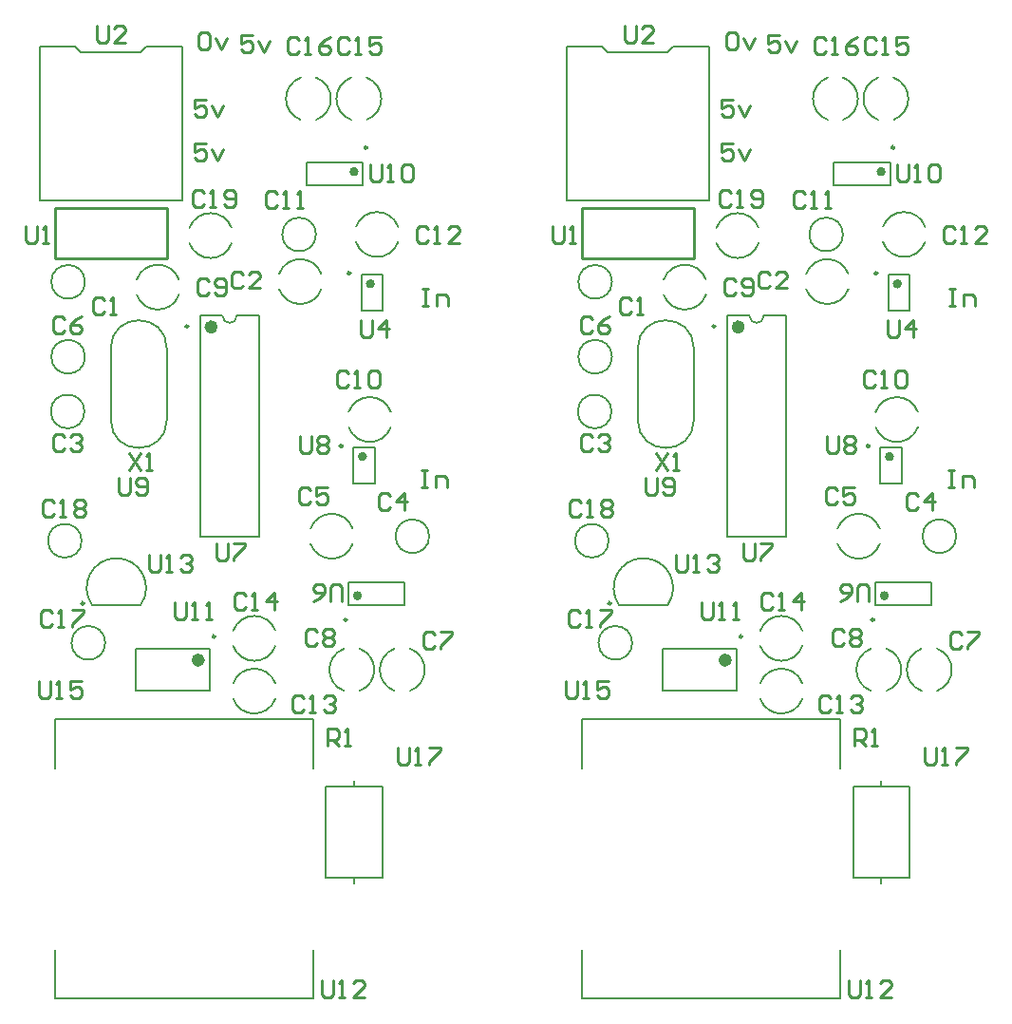
<source format=gto>
%FSLAX44Y44*%
%MOMM*%
G71*
G01*
G75*
G04 Layer_Color=65535*
%ADD10C,0.4000*%
%ADD11C,0.2500*%
%ADD12C,0.2000*%
%ADD13C,0.6000*%
%ADD14C,0.2540*%
D10*
X339500Y486900D02*
G03*
X339500Y486900I-2000J0D01*
G01*
X332000Y740900D02*
G03*
X332000Y740900I-2000J0D01*
G01*
X346500Y640900D02*
G03*
X346500Y640900I-2000J0D01*
G01*
X335000Y362900D02*
G03*
X335000Y362900I-2000J0D01*
G01*
X809500Y486900D02*
G03*
X809500Y486900I-2000J0D01*
G01*
X802000Y740900D02*
G03*
X802000Y740900I-2000J0D01*
G01*
X816500Y640900D02*
G03*
X816500Y640900I-2000J0D01*
G01*
X805000Y362900D02*
G03*
X805000Y362900I-2000J0D01*
G01*
D11*
X319750Y496400D02*
G03*
X319750Y496400I-1250J0D01*
G01*
X206250Y326511D02*
G03*
X206250Y326511I-1250J0D01*
G01*
X89220Y356190D02*
G03*
X89220Y356190I-1250J0D01*
G01*
X182150Y603100D02*
G03*
X182150Y603100I-1250J0D01*
G01*
X341800Y762400D02*
G03*
X341800Y762400I-1250J0D01*
G01*
X326750Y650400D02*
G03*
X326750Y650400I-1250J0D01*
G01*
X323700Y341400D02*
G03*
X323700Y341400I-1250J0D01*
G01*
X789750Y496400D02*
G03*
X789750Y496400I-1250J0D01*
G01*
X676250Y326511D02*
G03*
X676250Y326511I-1250J0D01*
G01*
X559220Y356190D02*
G03*
X559220Y356190I-1250J0D01*
G01*
X652150Y603100D02*
G03*
X652150Y603100I-1250J0D01*
G01*
X811800Y762400D02*
G03*
X811800Y762400I-1250J0D01*
G01*
X796750Y650400D02*
G03*
X796750Y650400I-1250J0D01*
G01*
X793700Y341400D02*
G03*
X793700Y341400I-1250J0D01*
G01*
D12*
X173794Y644741D02*
G03*
X136206Y644741I-18794J-6840D01*
G01*
Y631060D02*
G03*
X173794Y631060I18794J6840D01*
G01*
X331706Y678060D02*
G03*
X369294Y678060I18794J6840D01*
G01*
Y691740D02*
G03*
X331706Y691740I-18794J-6840D01*
G01*
X300794Y649741D02*
G03*
X263206Y649741I-18794J-6840D01*
G01*
Y636060D02*
G03*
X300794Y636060I18794J6840D01*
G01*
X259794Y331740D02*
G03*
X222206Y331740I-18794J-6840D01*
G01*
Y318060D02*
G03*
X259794Y318060I18794J6840D01*
G01*
X222206Y271060D02*
G03*
X259794Y271060I18794J6840D01*
G01*
Y284741D02*
G03*
X222206Y284741I-18794J-6840D01*
G01*
X108000Y320900D02*
G03*
X108000Y320900I-15000J0D01*
G01*
X87000Y411900D02*
G03*
X87000Y411900I-15000J0D01*
G01*
X139708Y354700D02*
G03*
X96293Y354700I-21707J15200D01*
G01*
X212650Y612400D02*
G03*
X225350Y612400I6350J0D01*
G01*
X113000Y519600D02*
G03*
X163000Y519600I25000J0D01*
G01*
Y583400D02*
G03*
X113000Y583400I-25000J0D01*
G01*
X183206Y677060D02*
G03*
X220794Y677060I18794J6840D01*
G01*
Y690741D02*
G03*
X183206Y690741I-18794J-6840D01*
G01*
X90000Y642650D02*
G03*
X90000Y642650I-15000J0D01*
G01*
X341133Y787106D02*
G03*
X341133Y824694I-6840J18794D01*
G01*
X327452D02*
G03*
X327452Y787106I6840J-18794D01*
G01*
X296133D02*
G03*
X296133Y824694I-6840J18794D01*
G01*
X282452D02*
G03*
X282452Y787106I6840J-18794D01*
G01*
X296000Y684900D02*
G03*
X296000Y684900I-15000J0D01*
G01*
X325206Y513060D02*
G03*
X362794Y513060I18794J6840D01*
G01*
Y526740D02*
G03*
X325206Y526740I-18794J-6840D01*
G01*
X397000Y415900D02*
G03*
X397000Y415900I-15000J0D01*
G01*
X328794Y422741D02*
G03*
X291206Y422741I-18794J-6840D01*
G01*
Y409060D02*
G03*
X328794Y409060I18794J6840D01*
G01*
X89520Y527100D02*
G03*
X89520Y527100I-15000J0D01*
G01*
X90000Y575900D02*
G03*
X90000Y575900I-15000J0D01*
G01*
X366160Y315694D02*
G03*
X366160Y278106I6840J-18794D01*
G01*
X379841D02*
G03*
X379841Y315694I-6840J18794D01*
G01*
X321160D02*
G03*
X321160Y278106I6840J-18794D01*
G01*
X334841D02*
G03*
X334841Y315694I-6840J18794D01*
G01*
X329500Y462900D02*
X348500D01*
X329500Y494900D02*
X348500D01*
Y462900D02*
Y494900D01*
X329500Y462900D02*
Y494900D01*
X135000Y315511D02*
X201000D01*
X135000Y278511D02*
X201000D01*
Y315511D01*
X135000Y278511D02*
Y315511D01*
X96293Y354700D02*
X139708D01*
X192500Y415400D02*
Y612400D01*
X245500Y415400D02*
Y612400D01*
X192500D02*
X212650D01*
X225350D02*
X245500D01*
X192500Y415400D02*
X245500D01*
X113000Y519600D02*
Y583400D01*
X163000Y519600D02*
Y583400D01*
X49520Y715420D02*
Y770920D01*
Y852580D01*
X86350Y847500D02*
X139690D01*
X176520Y715420D02*
Y852580D01*
X49520Y715420D02*
X176520D01*
X139690Y847500D02*
X144770Y852580D01*
X176520D01*
X81270D02*
X86350Y847500D01*
X49520Y852580D02*
X81270D01*
X305050Y111220D02*
Y192500D01*
X355050Y111220D02*
Y192500D01*
X330050Y111220D02*
X355050D01*
X330050Y192500D02*
Y197580D01*
Y106140D02*
Y111220D01*
X305050D02*
X330050D01*
X305050Y192500D02*
X330050D01*
X355050D01*
X288000Y748900D02*
X338000D01*
X288000Y728900D02*
X338000D01*
Y748900D01*
X288000Y728900D02*
Y748900D01*
X336500Y616900D02*
X355500D01*
X336500Y648900D02*
X355500D01*
Y616900D02*
Y648900D01*
X336500Y616900D02*
Y648900D01*
X325000Y354900D02*
X375000D01*
X325000Y374900D02*
X375000D01*
X325000Y354900D02*
Y374900D01*
X375000Y354900D02*
Y374900D01*
X293400Y209220D02*
Y252900D01*
X63400Y209220D02*
Y252900D01*
Y3900D02*
Y47580D01*
X293400Y3900D02*
Y47580D01*
X63400Y252900D02*
X293400D01*
X63400Y3900D02*
X293400D01*
X643794Y644741D02*
G03*
X606206Y644741I-18794J-6840D01*
G01*
Y631060D02*
G03*
X643794Y631060I18794J6840D01*
G01*
X801706Y678060D02*
G03*
X839294Y678060I18794J6840D01*
G01*
Y691740D02*
G03*
X801706Y691740I-18794J-6840D01*
G01*
X770794Y649741D02*
G03*
X733206Y649741I-18794J-6840D01*
G01*
Y636060D02*
G03*
X770794Y636060I18794J6840D01*
G01*
X729794Y331740D02*
G03*
X692206Y331740I-18794J-6840D01*
G01*
Y318060D02*
G03*
X729794Y318060I18794J6840D01*
G01*
X692206Y271060D02*
G03*
X729794Y271060I18794J6840D01*
G01*
Y284741D02*
G03*
X692206Y284741I-18794J-6840D01*
G01*
X578000Y320900D02*
G03*
X578000Y320900I-15000J0D01*
G01*
X557000Y411900D02*
G03*
X557000Y411900I-15000J0D01*
G01*
X609708Y354700D02*
G03*
X566293Y354700I-21707J15200D01*
G01*
X682650Y612400D02*
G03*
X695350Y612400I6350J0D01*
G01*
X583000Y519600D02*
G03*
X633000Y519600I25000J0D01*
G01*
Y583400D02*
G03*
X583000Y583400I-25000J0D01*
G01*
X653206Y677060D02*
G03*
X690794Y677060I18794J6840D01*
G01*
Y690741D02*
G03*
X653206Y690741I-18794J-6840D01*
G01*
X560000Y642650D02*
G03*
X560000Y642650I-15000J0D01*
G01*
X811133Y787106D02*
G03*
X811133Y824694I-6840J18794D01*
G01*
X797452D02*
G03*
X797452Y787106I6840J-18794D01*
G01*
X766133D02*
G03*
X766133Y824694I-6840J18794D01*
G01*
X752452D02*
G03*
X752452Y787106I6840J-18794D01*
G01*
X766000Y684900D02*
G03*
X766000Y684900I-15000J0D01*
G01*
X795206Y513060D02*
G03*
X832794Y513060I18794J6840D01*
G01*
Y526740D02*
G03*
X795206Y526740I-18794J-6840D01*
G01*
X867000Y415900D02*
G03*
X867000Y415900I-15000J0D01*
G01*
X798794Y422741D02*
G03*
X761206Y422741I-18794J-6840D01*
G01*
Y409060D02*
G03*
X798794Y409060I18794J6840D01*
G01*
X559520Y527100D02*
G03*
X559520Y527100I-15000J0D01*
G01*
X560000Y575900D02*
G03*
X560000Y575900I-15000J0D01*
G01*
X836160Y315694D02*
G03*
X836160Y278106I6840J-18794D01*
G01*
X849840D02*
G03*
X849840Y315694I-6840J18794D01*
G01*
X791160D02*
G03*
X791160Y278106I6840J-18794D01*
G01*
X804841D02*
G03*
X804841Y315694I-6840J18794D01*
G01*
X799500Y462900D02*
X818500D01*
X799500Y494900D02*
X818500D01*
Y462900D02*
Y494900D01*
X799500Y462900D02*
Y494900D01*
X605000Y315511D02*
X671000D01*
X605000Y278511D02*
X671000D01*
Y315511D01*
X605000Y278511D02*
Y315511D01*
X566293Y354700D02*
X609708D01*
X662500Y415400D02*
Y612400D01*
X715500Y415400D02*
Y612400D01*
X662500D02*
X682650D01*
X695350D02*
X715500D01*
X662500Y415400D02*
X715500D01*
X583000Y519600D02*
Y583400D01*
X633000Y519600D02*
Y583400D01*
X519520Y715420D02*
Y770920D01*
Y852580D01*
X556350Y847500D02*
X609690D01*
X646520Y715420D02*
Y852580D01*
X519520Y715420D02*
X646520D01*
X609690Y847500D02*
X614770Y852580D01*
X646520D01*
X551270D02*
X556350Y847500D01*
X519520Y852580D02*
X551270D01*
X775050Y111220D02*
Y192500D01*
X825050Y111220D02*
Y192500D01*
X800050Y111220D02*
X825050D01*
X800050Y192500D02*
Y197580D01*
Y106140D02*
Y111220D01*
X775050D02*
X800050D01*
X775050Y192500D02*
X800050D01*
X825050D01*
X758000Y748900D02*
X808000D01*
X758000Y728900D02*
X808000D01*
Y748900D01*
X758000Y728900D02*
Y748900D01*
X806500Y616900D02*
X825500D01*
X806500Y648900D02*
X825500D01*
Y616900D02*
Y648900D01*
X806500Y616900D02*
Y648900D01*
X795000Y354900D02*
X845000D01*
X795000Y374900D02*
X845000D01*
X795000Y354900D02*
Y374900D01*
X845000Y354900D02*
Y374900D01*
X763400Y209220D02*
Y252900D01*
X533400Y209220D02*
Y252900D01*
Y3900D02*
Y47580D01*
X763400Y3900D02*
Y47580D01*
X533400Y252900D02*
X763400D01*
X533400Y3900D02*
X763400D01*
D13*
X194000Y305511D02*
G03*
X194000Y305511I-3000J0D01*
G01*
X205500Y602400D02*
G03*
X205500Y602400I-3000J0D01*
G01*
X664000Y305511D02*
G03*
X664000Y305511I-3000J0D01*
G01*
X675500Y602400D02*
G03*
X675500Y602400I-3000J0D01*
G01*
D14*
X63600Y663600D02*
X163200D01*
Y708050D01*
X63600Y663600D02*
Y708050D01*
X163200D01*
X107507Y626346D02*
X104968Y628885D01*
X99889D01*
X97350Y626346D01*
Y616189D01*
X99889Y613650D01*
X104968D01*
X107507Y616189D01*
X112585Y613650D02*
X117664D01*
X115124D01*
Y628885D01*
X112585Y626346D01*
X231157Y649596D02*
X228618Y652135D01*
X223539D01*
X221000Y649596D01*
Y639439D01*
X223539Y636900D01*
X228618D01*
X231157Y639439D01*
X246392Y636900D02*
X236235D01*
X246392Y647057D01*
Y649596D01*
X243853Y652135D01*
X238774D01*
X236235Y649596D01*
X72157Y504596D02*
X69618Y507135D01*
X64539D01*
X62000Y504596D01*
Y494439D01*
X64539Y491900D01*
X69618D01*
X72157Y494439D01*
X77235Y504596D02*
X79774Y507135D01*
X84853D01*
X87392Y504596D01*
Y502057D01*
X84853Y499518D01*
X82314D01*
X84853D01*
X87392Y496978D01*
Y494439D01*
X84853Y491900D01*
X79774D01*
X77235Y494439D01*
X362587Y452316D02*
X360048Y454855D01*
X354969D01*
X352430Y452316D01*
Y442159D01*
X354969Y439620D01*
X360048D01*
X362587Y442159D01*
X375283Y439620D02*
Y454855D01*
X367665Y447238D01*
X377822D01*
X290725Y457285D02*
X288186Y459824D01*
X283107D01*
X280568Y457285D01*
Y447128D01*
X283107Y444589D01*
X288186D01*
X290725Y447128D01*
X305960Y459824D02*
X295803D01*
Y452206D01*
X300881Y454745D01*
X303421D01*
X305960Y452206D01*
Y447128D01*
X303421Y444589D01*
X298342D01*
X295803Y447128D01*
X72157Y609596D02*
X69618Y612135D01*
X64539D01*
X62000Y609596D01*
Y599439D01*
X64539Y596900D01*
X69618D01*
X72157Y599439D01*
X87392Y612135D02*
X82313Y609596D01*
X77235Y604518D01*
Y599439D01*
X79774Y596900D01*
X84853D01*
X87392Y599439D01*
Y601978D01*
X84853Y604518D01*
X77235D01*
X401907Y328390D02*
X399368Y330929D01*
X394289D01*
X391750Y328390D01*
Y318233D01*
X394289Y315694D01*
X399368D01*
X401907Y318233D01*
X406985Y330929D02*
X417142D01*
Y328390D01*
X406985Y318233D01*
Y315694D01*
X296907Y330946D02*
X294368Y333485D01*
X289289D01*
X286750Y330946D01*
Y320789D01*
X289289Y318250D01*
X294368D01*
X296907Y320789D01*
X301985Y330946D02*
X304524Y333485D01*
X309603D01*
X312142Y330946D01*
Y328407D01*
X309603Y325868D01*
X312142Y323328D01*
Y320789D01*
X309603Y318250D01*
X304524D01*
X301985Y320789D01*
Y323328D01*
X304524Y325868D01*
X301985Y328407D01*
Y330946D01*
X304524Y325868D02*
X309603D01*
X200157Y643596D02*
X197618Y646135D01*
X192539D01*
X190000Y643596D01*
Y633439D01*
X192539Y630900D01*
X197618D01*
X200157Y633439D01*
X205235D02*
X207774Y630900D01*
X212853D01*
X215392Y633439D01*
Y643596D01*
X212853Y646135D01*
X207774D01*
X205235Y643596D01*
Y641057D01*
X207774Y638518D01*
X215392D01*
X324615Y561220D02*
X322076Y563759D01*
X316997D01*
X314458Y561220D01*
Y551063D01*
X316997Y548524D01*
X322076D01*
X324615Y551063D01*
X329693Y548524D02*
X334772D01*
X332232D01*
Y563759D01*
X329693Y561220D01*
X342389D02*
X344928Y563759D01*
X350007D01*
X352546Y561220D01*
Y551063D01*
X350007Y548524D01*
X344928D01*
X342389Y551063D01*
Y561220D01*
X261823Y721108D02*
X259284Y723647D01*
X254205D01*
X251666Y721108D01*
Y710951D01*
X254205Y708412D01*
X259284D01*
X261823Y710951D01*
X266901Y708412D02*
X271980D01*
X269440D01*
Y723647D01*
X266901Y721108D01*
X279597Y708412D02*
X284676D01*
X282136D01*
Y723647D01*
X279597Y721108D01*
X396157Y689596D02*
X393618Y692135D01*
X388539D01*
X386000Y689596D01*
Y679439D01*
X388539Y676900D01*
X393618D01*
X396157Y679439D01*
X401235Y676900D02*
X406314D01*
X403774D01*
Y692135D01*
X401235Y689596D01*
X424088Y676900D02*
X413931D01*
X424088Y687057D01*
Y689596D01*
X421549Y692135D01*
X416470D01*
X413931Y689596D01*
X285157Y271596D02*
X282618Y274135D01*
X277539D01*
X275000Y271596D01*
Y261439D01*
X277539Y258900D01*
X282618D01*
X285157Y261439D01*
X290235Y258900D02*
X295314D01*
X292774D01*
Y274135D01*
X290235Y271596D01*
X302931D02*
X305470Y274135D01*
X310549D01*
X313088Y271596D01*
Y269057D01*
X310549Y266518D01*
X308009D01*
X310549D01*
X313088Y263978D01*
Y261439D01*
X310549Y258900D01*
X305470D01*
X302931Y261439D01*
X233157Y362596D02*
X230618Y365135D01*
X225539D01*
X223000Y362596D01*
Y352439D01*
X225539Y349900D01*
X230618D01*
X233157Y352439D01*
X238235Y349900D02*
X243314D01*
X240774D01*
Y365135D01*
X238235Y362596D01*
X258549Y349900D02*
Y365135D01*
X250931Y357518D01*
X261088D01*
X325889Y858292D02*
X323350Y860831D01*
X318271D01*
X315732Y858292D01*
Y848135D01*
X318271Y845596D01*
X323350D01*
X325889Y848135D01*
X330967Y845596D02*
X336046D01*
X333506D01*
Y860831D01*
X330967Y858292D01*
X353820Y860831D02*
X343663D01*
Y853214D01*
X348741Y855753D01*
X351281D01*
X353820Y853214D01*
Y848135D01*
X351281Y845596D01*
X346202D01*
X343663Y848135D01*
X280931Y858292D02*
X278392Y860831D01*
X273313D01*
X270774Y858292D01*
Y848135D01*
X273313Y845596D01*
X278392D01*
X280931Y848135D01*
X286009Y845596D02*
X291088D01*
X288548D01*
Y860831D01*
X286009Y858292D01*
X308862Y860831D02*
X303783Y858292D01*
X298705Y853214D01*
Y848135D01*
X301244Y845596D01*
X306323D01*
X308862Y848135D01*
Y850675D01*
X306323Y853214D01*
X298705D01*
X61157Y347596D02*
X58618Y350135D01*
X53539D01*
X51000Y347596D01*
Y337439D01*
X53539Y334900D01*
X58618D01*
X61157Y337439D01*
X66235Y334900D02*
X71314D01*
X68774D01*
Y350135D01*
X66235Y347596D01*
X78931Y350135D02*
X89088D01*
Y347596D01*
X78931Y337439D01*
Y334900D01*
X62157Y445596D02*
X59618Y448135D01*
X54539D01*
X52000Y445596D01*
Y435439D01*
X54539Y432900D01*
X59618D01*
X62157Y435439D01*
X67235Y432900D02*
X72313D01*
X69774D01*
Y448135D01*
X67235Y445596D01*
X79931D02*
X82470Y448135D01*
X87549D01*
X90088Y445596D01*
Y443057D01*
X87549Y440518D01*
X90088Y437978D01*
Y435439D01*
X87549Y432900D01*
X82470D01*
X79931Y435439D01*
Y437978D01*
X82470Y440518D01*
X79931Y443057D01*
Y445596D01*
X82470Y440518D02*
X87549D01*
X306642Y229424D02*
Y244659D01*
X314260D01*
X316799Y242120D01*
Y237042D01*
X314260Y234503D01*
X306642D01*
X311721D02*
X316799Y229424D01*
X321877D02*
X326956D01*
X324416D01*
Y244659D01*
X321877Y242120D01*
X37000Y692135D02*
Y679439D01*
X39539Y676900D01*
X44618D01*
X47157Y679439D01*
Y692135D01*
X52235Y676900D02*
X57314D01*
X54774D01*
Y692135D01*
X52235Y689596D01*
X101000Y871135D02*
Y858439D01*
X103539Y855900D01*
X108618D01*
X111157Y858439D01*
Y871135D01*
X126392Y855900D02*
X116235D01*
X126392Y866057D01*
Y868596D01*
X123853Y871135D01*
X118774D01*
X116235Y868596D01*
X197617Y766135D02*
X187460D01*
Y758518D01*
X192539Y761057D01*
X195078D01*
X197617Y758518D01*
Y753439D01*
X195078Y750900D01*
X189999D01*
X187460Y753439D01*
X202695Y761057D02*
X207774Y750900D01*
X212852Y761057D01*
X336000Y608135D02*
Y595439D01*
X338539Y592900D01*
X343618D01*
X346157Y595439D01*
Y608135D01*
X358853Y592900D02*
Y608135D01*
X351235Y600518D01*
X361392D01*
X197617Y805135D02*
X187460D01*
Y797518D01*
X192539Y800057D01*
X195078D01*
X197617Y797518D01*
Y792439D01*
X195078Y789900D01*
X189999D01*
X187460Y792439D01*
X202695Y800057D02*
X207774Y789900D01*
X212852Y800057D01*
X319000Y357665D02*
Y370361D01*
X316461Y372900D01*
X311383D01*
X308843Y370361D01*
Y357665D01*
X293608D02*
X298687Y360204D01*
X303765Y365283D01*
Y370361D01*
X301226Y372900D01*
X296147D01*
X293608Y370361D01*
Y367822D01*
X296147Y365283D01*
X303765D01*
X207250Y409735D02*
Y397039D01*
X209789Y394500D01*
X214868D01*
X217407Y397039D01*
Y409735D01*
X222485D02*
X232642D01*
Y407196D01*
X222485Y397039D01*
Y394500D01*
X282000Y504935D02*
Y492239D01*
X284539Y489700D01*
X289618D01*
X292157Y492239D01*
Y504935D01*
X297235Y502396D02*
X299774Y504935D01*
X304853D01*
X307392Y502396D01*
Y499857D01*
X304853Y497318D01*
X307392Y494779D01*
Y492239D01*
X304853Y489700D01*
X299774D01*
X297235Y492239D01*
Y494779D01*
X299774Y497318D01*
X297235Y499857D01*
Y502396D01*
X299774Y497318D02*
X304853D01*
X120136Y467708D02*
Y455012D01*
X122675Y452473D01*
X127754D01*
X130293Y455012D01*
Y467708D01*
X135371Y455012D02*
X137910Y452473D01*
X142989D01*
X145528Y455012D01*
Y465169D01*
X142989Y467708D01*
X137910D01*
X135371Y465169D01*
Y462630D01*
X137910Y460090D01*
X145528D01*
X344500Y747135D02*
Y734439D01*
X347039Y731900D01*
X352118D01*
X354657Y734439D01*
Y747135D01*
X359735Y731900D02*
X364814D01*
X362274D01*
Y747135D01*
X359735Y744596D01*
X372431D02*
X374970Y747135D01*
X380049D01*
X382588Y744596D01*
Y734439D01*
X380049Y731900D01*
X374970D01*
X372431Y734439D01*
Y744596D01*
X170000Y357135D02*
Y344439D01*
X172539Y341900D01*
X177618D01*
X180157Y344439D01*
Y357135D01*
X185235Y341900D02*
X190313D01*
X187774D01*
Y357135D01*
X185235Y354596D01*
X197931Y341900D02*
X203009D01*
X200470D01*
Y357135D01*
X197931Y354596D01*
X301000Y20135D02*
Y7439D01*
X303539Y4900D01*
X308618D01*
X311157Y7439D01*
Y20135D01*
X316235Y4900D02*
X321314D01*
X318774D01*
Y20135D01*
X316235Y17596D01*
X339088Y4900D02*
X328931D01*
X339088Y15057D01*
Y17596D01*
X336549Y20135D01*
X331470D01*
X328931Y17596D01*
X146750Y399735D02*
Y387039D01*
X149289Y384500D01*
X154368D01*
X156907Y387039D01*
Y399735D01*
X161985Y384500D02*
X167064D01*
X164524D01*
Y399735D01*
X161985Y397196D01*
X174681D02*
X177220Y399735D01*
X182299D01*
X184838Y397196D01*
Y394657D01*
X182299Y392118D01*
X179759D01*
X182299D01*
X184838Y389578D01*
Y387039D01*
X182299Y384500D01*
X177220D01*
X174681Y387039D01*
X239611Y862725D02*
X229454D01*
Y855108D01*
X234533Y857647D01*
X237072D01*
X239611Y855108D01*
Y850029D01*
X237072Y847490D01*
X231993D01*
X229454Y850029D01*
X244689Y857647D02*
X249767Y847490D01*
X254846Y857647D01*
X49000Y287135D02*
Y274439D01*
X51539Y271900D01*
X56618D01*
X59157Y274439D01*
Y287135D01*
X64235Y271900D02*
X69314D01*
X66774D01*
Y287135D01*
X64235Y284596D01*
X87088Y287135D02*
X76931D01*
Y279518D01*
X82009Y282057D01*
X84549D01*
X87088Y279518D01*
Y274439D01*
X84549Y271900D01*
X79470D01*
X76931Y274439D01*
X191528Y862154D02*
X194067Y864693D01*
X199146D01*
X201685Y862154D01*
Y851997D01*
X199146Y849458D01*
X194067D01*
X191528Y851997D01*
Y862154D01*
X206763Y859615D02*
X211842Y849458D01*
X216920Y859615D01*
X369172Y227405D02*
Y214709D01*
X371711Y212170D01*
X376790D01*
X379329Y214709D01*
Y227405D01*
X384407Y212170D02*
X389486D01*
X386946D01*
Y227405D01*
X384407Y224866D01*
X397103Y227405D02*
X407260D01*
Y224866D01*
X397103Y214709D01*
Y212170D01*
X391000Y636335D02*
X396078D01*
X393539D01*
Y621100D01*
X391000D01*
X396078D01*
X403696D02*
Y631257D01*
X411314D01*
X413853Y628717D01*
Y621100D01*
X390000Y474735D02*
X395079D01*
X392539D01*
Y459500D01*
X390000D01*
X395079D01*
X402696D02*
Y469657D01*
X410313D01*
X412853Y467118D01*
Y459500D01*
X129000Y490135D02*
X139157Y474900D01*
Y490135D02*
X129000Y474900D01*
X144235D02*
X149313D01*
X146774D01*
Y490135D01*
X144235Y487596D01*
X196157Y721596D02*
X193618Y724135D01*
X188539D01*
X186000Y721596D01*
Y711439D01*
X188539Y708900D01*
X193618D01*
X196157Y711439D01*
X201235Y708900D02*
X206314D01*
X203774D01*
Y724135D01*
X201235Y721596D01*
X213931Y711439D02*
X216470Y708900D01*
X221549D01*
X224088Y711439D01*
Y721596D01*
X221549Y724135D01*
X216470D01*
X213931Y721596D01*
Y719057D01*
X216470Y716518D01*
X224088D01*
X533600Y663600D02*
X633200D01*
Y708050D01*
X533600Y663600D02*
Y708050D01*
X633200D01*
X577507Y626346D02*
X574968Y628885D01*
X569889D01*
X567350Y626346D01*
Y616189D01*
X569889Y613650D01*
X574968D01*
X577507Y616189D01*
X582585Y613650D02*
X587664D01*
X585124D01*
Y628885D01*
X582585Y626346D01*
X701157Y649596D02*
X698618Y652135D01*
X693539D01*
X691000Y649596D01*
Y639439D01*
X693539Y636900D01*
X698618D01*
X701157Y639439D01*
X716392Y636900D02*
X706235D01*
X716392Y647057D01*
Y649596D01*
X713853Y652135D01*
X708774D01*
X706235Y649596D01*
X542157Y504596D02*
X539618Y507135D01*
X534539D01*
X532000Y504596D01*
Y494439D01*
X534539Y491900D01*
X539618D01*
X542157Y494439D01*
X547235Y504596D02*
X549774Y507135D01*
X554853D01*
X557392Y504596D01*
Y502057D01*
X554853Y499518D01*
X552314D01*
X554853D01*
X557392Y496978D01*
Y494439D01*
X554853Y491900D01*
X549774D01*
X547235Y494439D01*
X832587Y452316D02*
X830048Y454855D01*
X824969D01*
X822430Y452316D01*
Y442159D01*
X824969Y439620D01*
X830048D01*
X832587Y442159D01*
X845283Y439620D02*
Y454855D01*
X837665Y447238D01*
X847822D01*
X760725Y457285D02*
X758186Y459824D01*
X753107D01*
X750568Y457285D01*
Y447128D01*
X753107Y444589D01*
X758186D01*
X760725Y447128D01*
X775960Y459824D02*
X765803D01*
Y452206D01*
X770881Y454745D01*
X773421D01*
X775960Y452206D01*
Y447128D01*
X773421Y444589D01*
X768342D01*
X765803Y447128D01*
X542157Y609596D02*
X539618Y612135D01*
X534539D01*
X532000Y609596D01*
Y599439D01*
X534539Y596900D01*
X539618D01*
X542157Y599439D01*
X557392Y612135D02*
X552313Y609596D01*
X547235Y604518D01*
Y599439D01*
X549774Y596900D01*
X554853D01*
X557392Y599439D01*
Y601978D01*
X554853Y604518D01*
X547235D01*
X871907Y328390D02*
X869368Y330929D01*
X864289D01*
X861750Y328390D01*
Y318233D01*
X864289Y315694D01*
X869368D01*
X871907Y318233D01*
X876985Y330929D02*
X887142D01*
Y328390D01*
X876985Y318233D01*
Y315694D01*
X766907Y330946D02*
X764368Y333485D01*
X759289D01*
X756750Y330946D01*
Y320789D01*
X759289Y318250D01*
X764368D01*
X766907Y320789D01*
X771985Y330946D02*
X774524Y333485D01*
X779603D01*
X782142Y330946D01*
Y328407D01*
X779603Y325868D01*
X782142Y323328D01*
Y320789D01*
X779603Y318250D01*
X774524D01*
X771985Y320789D01*
Y323328D01*
X774524Y325868D01*
X771985Y328407D01*
Y330946D01*
X774524Y325868D02*
X779603D01*
X670157Y643596D02*
X667618Y646135D01*
X662539D01*
X660000Y643596D01*
Y633439D01*
X662539Y630900D01*
X667618D01*
X670157Y633439D01*
X675235D02*
X677774Y630900D01*
X682853D01*
X685392Y633439D01*
Y643596D01*
X682853Y646135D01*
X677774D01*
X675235Y643596D01*
Y641057D01*
X677774Y638518D01*
X685392D01*
X794615Y561220D02*
X792076Y563759D01*
X786997D01*
X784458Y561220D01*
Y551063D01*
X786997Y548524D01*
X792076D01*
X794615Y551063D01*
X799693Y548524D02*
X804772D01*
X802232D01*
Y563759D01*
X799693Y561220D01*
X812389D02*
X814928Y563759D01*
X820007D01*
X822546Y561220D01*
Y551063D01*
X820007Y548524D01*
X814928D01*
X812389Y551063D01*
Y561220D01*
X731823Y721108D02*
X729284Y723647D01*
X724205D01*
X721666Y721108D01*
Y710951D01*
X724205Y708412D01*
X729284D01*
X731823Y710951D01*
X736901Y708412D02*
X741980D01*
X739440D01*
Y723647D01*
X736901Y721108D01*
X749597Y708412D02*
X754676D01*
X752136D01*
Y723647D01*
X749597Y721108D01*
X866157Y689596D02*
X863618Y692135D01*
X858539D01*
X856000Y689596D01*
Y679439D01*
X858539Y676900D01*
X863618D01*
X866157Y679439D01*
X871235Y676900D02*
X876314D01*
X873774D01*
Y692135D01*
X871235Y689596D01*
X894088Y676900D02*
X883931D01*
X894088Y687057D01*
Y689596D01*
X891549Y692135D01*
X886470D01*
X883931Y689596D01*
X755157Y271596D02*
X752618Y274135D01*
X747539D01*
X745000Y271596D01*
Y261439D01*
X747539Y258900D01*
X752618D01*
X755157Y261439D01*
X760235Y258900D02*
X765314D01*
X762774D01*
Y274135D01*
X760235Y271596D01*
X772931D02*
X775470Y274135D01*
X780549D01*
X783088Y271596D01*
Y269057D01*
X780549Y266518D01*
X778009D01*
X780549D01*
X783088Y263978D01*
Y261439D01*
X780549Y258900D01*
X775470D01*
X772931Y261439D01*
X703157Y362596D02*
X700618Y365135D01*
X695539D01*
X693000Y362596D01*
Y352439D01*
X695539Y349900D01*
X700618D01*
X703157Y352439D01*
X708235Y349900D02*
X713314D01*
X710774D01*
Y365135D01*
X708235Y362596D01*
X728549Y349900D02*
Y365135D01*
X720931Y357518D01*
X731088D01*
X795889Y858292D02*
X793350Y860831D01*
X788271D01*
X785732Y858292D01*
Y848135D01*
X788271Y845596D01*
X793350D01*
X795889Y848135D01*
X800967Y845596D02*
X806046D01*
X803506D01*
Y860831D01*
X800967Y858292D01*
X823820Y860831D02*
X813663D01*
Y853214D01*
X818742Y855753D01*
X821281D01*
X823820Y853214D01*
Y848135D01*
X821281Y845596D01*
X816202D01*
X813663Y848135D01*
X750931Y858292D02*
X748392Y860831D01*
X743313D01*
X740774Y858292D01*
Y848135D01*
X743313Y845596D01*
X748392D01*
X750931Y848135D01*
X756009Y845596D02*
X761088D01*
X758548D01*
Y860831D01*
X756009Y858292D01*
X778862Y860831D02*
X773783Y858292D01*
X768705Y853214D01*
Y848135D01*
X771244Y845596D01*
X776323D01*
X778862Y848135D01*
Y850675D01*
X776323Y853214D01*
X768705D01*
X531157Y347596D02*
X528618Y350135D01*
X523539D01*
X521000Y347596D01*
Y337439D01*
X523539Y334900D01*
X528618D01*
X531157Y337439D01*
X536235Y334900D02*
X541314D01*
X538774D01*
Y350135D01*
X536235Y347596D01*
X548931Y350135D02*
X559088D01*
Y347596D01*
X548931Y337439D01*
Y334900D01*
X532157Y445596D02*
X529618Y448135D01*
X524539D01*
X522000Y445596D01*
Y435439D01*
X524539Y432900D01*
X529618D01*
X532157Y435439D01*
X537235Y432900D02*
X542313D01*
X539774D01*
Y448135D01*
X537235Y445596D01*
X549931D02*
X552470Y448135D01*
X557549D01*
X560088Y445596D01*
Y443057D01*
X557549Y440518D01*
X560088Y437978D01*
Y435439D01*
X557549Y432900D01*
X552470D01*
X549931Y435439D01*
Y437978D01*
X552470Y440518D01*
X549931Y443057D01*
Y445596D01*
X552470Y440518D02*
X557549D01*
X776642Y229424D02*
Y244659D01*
X784260D01*
X786799Y242120D01*
Y237042D01*
X784260Y234503D01*
X776642D01*
X781721D02*
X786799Y229424D01*
X791877D02*
X796956D01*
X794416D01*
Y244659D01*
X791877Y242120D01*
X507000Y692135D02*
Y679439D01*
X509539Y676900D01*
X514618D01*
X517157Y679439D01*
Y692135D01*
X522235Y676900D02*
X527314D01*
X524774D01*
Y692135D01*
X522235Y689596D01*
X571000Y871135D02*
Y858439D01*
X573539Y855900D01*
X578618D01*
X581157Y858439D01*
Y871135D01*
X596392Y855900D02*
X586235D01*
X596392Y866057D01*
Y868596D01*
X593853Y871135D01*
X588774D01*
X586235Y868596D01*
X667617Y766135D02*
X657460D01*
Y758518D01*
X662539Y761057D01*
X665078D01*
X667617Y758518D01*
Y753439D01*
X665078Y750900D01*
X659999D01*
X657460Y753439D01*
X672695Y761057D02*
X677774Y750900D01*
X682852Y761057D01*
X806000Y608135D02*
Y595439D01*
X808539Y592900D01*
X813618D01*
X816157Y595439D01*
Y608135D01*
X828853Y592900D02*
Y608135D01*
X821235Y600518D01*
X831392D01*
X667617Y805135D02*
X657460D01*
Y797518D01*
X662539Y800057D01*
X665078D01*
X667617Y797518D01*
Y792439D01*
X665078Y789900D01*
X659999D01*
X657460Y792439D01*
X672695Y800057D02*
X677774Y789900D01*
X682852Y800057D01*
X789000Y357665D02*
Y370361D01*
X786461Y372900D01*
X781383D01*
X778843Y370361D01*
Y357665D01*
X763608D02*
X768687Y360204D01*
X773765Y365283D01*
Y370361D01*
X771226Y372900D01*
X766148D01*
X763608Y370361D01*
Y367822D01*
X766148Y365283D01*
X773765D01*
X677250Y409735D02*
Y397039D01*
X679789Y394500D01*
X684868D01*
X687407Y397039D01*
Y409735D01*
X692485D02*
X702642D01*
Y407196D01*
X692485Y397039D01*
Y394500D01*
X752000Y504935D02*
Y492239D01*
X754539Y489700D01*
X759618D01*
X762157Y492239D01*
Y504935D01*
X767235Y502396D02*
X769774Y504935D01*
X774853D01*
X777392Y502396D01*
Y499857D01*
X774853Y497318D01*
X777392Y494779D01*
Y492239D01*
X774853Y489700D01*
X769774D01*
X767235Y492239D01*
Y494779D01*
X769774Y497318D01*
X767235Y499857D01*
Y502396D01*
X769774Y497318D02*
X774853D01*
X590136Y467708D02*
Y455012D01*
X592675Y452473D01*
X597754D01*
X600293Y455012D01*
Y467708D01*
X605371Y455012D02*
X607910Y452473D01*
X612989D01*
X615528Y455012D01*
Y465169D01*
X612989Y467708D01*
X607910D01*
X605371Y465169D01*
Y462630D01*
X607910Y460090D01*
X615528D01*
X814500Y747135D02*
Y734439D01*
X817039Y731900D01*
X822118D01*
X824657Y734439D01*
Y747135D01*
X829735Y731900D02*
X834814D01*
X832274D01*
Y747135D01*
X829735Y744596D01*
X842431D02*
X844970Y747135D01*
X850049D01*
X852588Y744596D01*
Y734439D01*
X850049Y731900D01*
X844970D01*
X842431Y734439D01*
Y744596D01*
X640000Y357135D02*
Y344439D01*
X642539Y341900D01*
X647618D01*
X650157Y344439D01*
Y357135D01*
X655235Y341900D02*
X660313D01*
X657774D01*
Y357135D01*
X655235Y354596D01*
X667931Y341900D02*
X673009D01*
X670470D01*
Y357135D01*
X667931Y354596D01*
X771000Y20135D02*
Y7439D01*
X773539Y4900D01*
X778618D01*
X781157Y7439D01*
Y20135D01*
X786235Y4900D02*
X791314D01*
X788774D01*
Y20135D01*
X786235Y17596D01*
X809088Y4900D02*
X798931D01*
X809088Y15057D01*
Y17596D01*
X806549Y20135D01*
X801470D01*
X798931Y17596D01*
X616750Y399735D02*
Y387039D01*
X619289Y384500D01*
X624368D01*
X626907Y387039D01*
Y399735D01*
X631985Y384500D02*
X637063D01*
X634524D01*
Y399735D01*
X631985Y397196D01*
X644681D02*
X647220Y399735D01*
X652299D01*
X654838Y397196D01*
Y394657D01*
X652299Y392118D01*
X649759D01*
X652299D01*
X654838Y389578D01*
Y387039D01*
X652299Y384500D01*
X647220D01*
X644681Y387039D01*
X709611Y862725D02*
X699454D01*
Y855108D01*
X704532Y857647D01*
X707072D01*
X709611Y855108D01*
Y850029D01*
X707072Y847490D01*
X701993D01*
X699454Y850029D01*
X714689Y857647D02*
X719768Y847490D01*
X724846Y857647D01*
X519000Y287135D02*
Y274439D01*
X521539Y271900D01*
X526618D01*
X529157Y274439D01*
Y287135D01*
X534235Y271900D02*
X539314D01*
X536774D01*
Y287135D01*
X534235Y284596D01*
X557088Y287135D02*
X546931D01*
Y279518D01*
X552009Y282057D01*
X554549D01*
X557088Y279518D01*
Y274439D01*
X554549Y271900D01*
X549470D01*
X546931Y274439D01*
X661528Y862154D02*
X664067Y864693D01*
X669146D01*
X671685Y862154D01*
Y851997D01*
X669146Y849458D01*
X664067D01*
X661528Y851997D01*
Y862154D01*
X676763Y859615D02*
X681842Y849458D01*
X686920Y859615D01*
X839172Y227405D02*
Y214709D01*
X841711Y212170D01*
X846790D01*
X849329Y214709D01*
Y227405D01*
X854407Y212170D02*
X859486D01*
X856946D01*
Y227405D01*
X854407Y224866D01*
X867103Y227405D02*
X877260D01*
Y224866D01*
X867103Y214709D01*
Y212170D01*
X861000Y636335D02*
X866078D01*
X863539D01*
Y621100D01*
X861000D01*
X866078D01*
X873696D02*
Y631257D01*
X881314D01*
X883853Y628717D01*
Y621100D01*
X860000Y474735D02*
X865079D01*
X862539D01*
Y459500D01*
X860000D01*
X865079D01*
X872696D02*
Y469657D01*
X880313D01*
X882853Y467118D01*
Y459500D01*
X599000Y490135D02*
X609157Y474900D01*
Y490135D02*
X599000Y474900D01*
X614235D02*
X619314D01*
X616774D01*
Y490135D01*
X614235Y487596D01*
X666157Y721596D02*
X663618Y724135D01*
X658539D01*
X656000Y721596D01*
Y711439D01*
X658539Y708900D01*
X663618D01*
X666157Y711439D01*
X671235Y708900D02*
X676314D01*
X673774D01*
Y724135D01*
X671235Y721596D01*
X683931Y711439D02*
X686470Y708900D01*
X691549D01*
X694088Y711439D01*
Y721596D01*
X691549Y724135D01*
X686470D01*
X683931Y721596D01*
Y719057D01*
X686470Y716518D01*
X694088D01*
M02*

</source>
